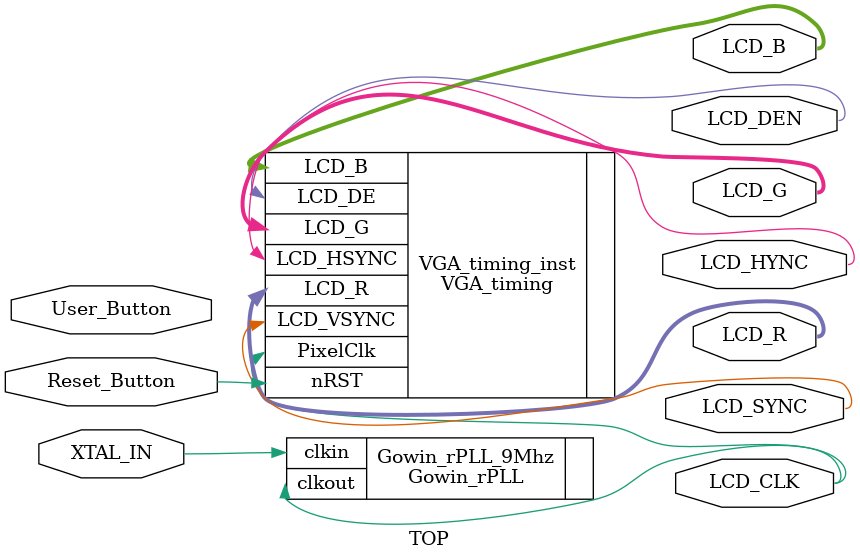
<source format=v>
module TOP
(
	input			Reset_Button,
    input           User_Button,
    input           XTAL_IN,

	output			LCD_CLK,
	output			LCD_HYNC,
	output			LCD_SYNC,
	output			LCD_DEN,
	output	[4:0]	LCD_R,
	output	[5:0]	LCD_G,
	output	[4:0]	LCD_B
);

    Gowin_rPLL Gowin_rPLL_9Mhz(
        .clkout(LCD_CLK), // 9MHz
        .clkin(XTAL_IN)   //27MHz
    );


	VGA_timing	VGA_timing_inst(
		.PixelClk	(	LCD_CLK		),
		.nRST		(	Reset_Button),

		.LCD_DE		(	LCD_DEN	 	),
		.LCD_HSYNC	(	LCD_HYNC 	),
    	.LCD_VSYNC	(	LCD_SYNC 	),

		.LCD_B		(	LCD_B		),
		.LCD_G		(	LCD_G		),
		.LCD_R		(	LCD_R		)
	);

endmodule
</source>
